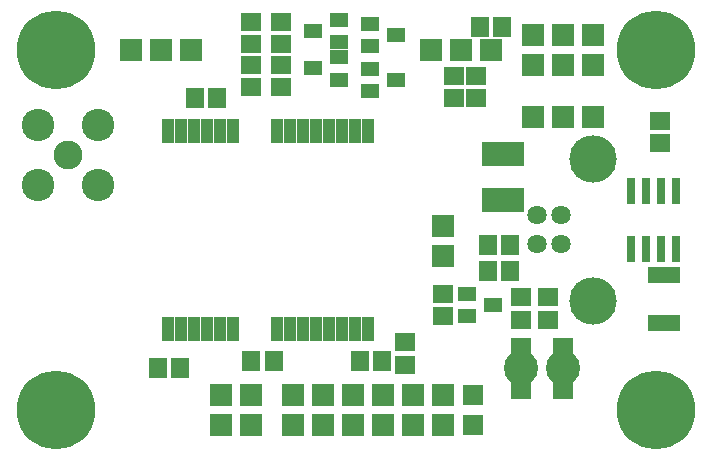
<source format=gbr>
G75*
G70*
%OFA0B0*%
%FSLAX24Y24*%
%IPPOS*%
%LPD*%
%AMOC8*
5,1,8,0,0,1.08239X$1,22.5*
%
%ADD10R,0.0395X0.0789*%
%ADD11R,0.0300X0.0860*%
%ADD12C,0.0642*%
%ADD13C,0.1580*%
%ADD14R,0.0730X0.0730*%
%ADD15R,0.1419X0.0828*%
%ADD16R,0.0592X0.0671*%
%ADD17R,0.0671X0.0592*%
%ADD18R,0.1080X0.0580*%
%ADD19R,0.0671X0.0671*%
%ADD20C,0.1143*%
%ADD21R,0.0631X0.0474*%
%ADD22C,0.1084*%
%ADD23C,0.0966*%
%ADD24R,0.0680X0.0680*%
%ADD25C,0.2620*%
D10*
X014544Y004978D03*
X014977Y004978D03*
X015410Y004978D03*
X015843Y004978D03*
X016276Y004978D03*
X016709Y004978D03*
X018205Y004978D03*
X018638Y004978D03*
X019071Y004978D03*
X019504Y004978D03*
X019937Y004978D03*
X020370Y004978D03*
X020803Y004978D03*
X021236Y004978D03*
X021236Y011592D03*
X020803Y011592D03*
X020370Y011592D03*
X019937Y011592D03*
X019504Y011592D03*
X019071Y011592D03*
X018638Y011592D03*
X018205Y011592D03*
X016709Y011592D03*
X016276Y011592D03*
X015843Y011592D03*
X015410Y011592D03*
X014977Y011592D03*
X014544Y011592D03*
D11*
X029981Y009580D03*
X030481Y009580D03*
X030981Y009580D03*
X031481Y009580D03*
X031481Y007640D03*
X030981Y007640D03*
X030481Y007640D03*
X029981Y007640D03*
D12*
X027643Y007793D03*
X026856Y007793D03*
X026856Y008777D03*
X027643Y008777D03*
D13*
X028706Y010647D03*
X028706Y005923D03*
D14*
X023706Y007410D03*
X023706Y008410D03*
X026706Y012035D03*
X027706Y012035D03*
X028706Y012035D03*
X028706Y013785D03*
X027706Y013785D03*
X026706Y013785D03*
X026706Y014785D03*
X027706Y014785D03*
X028706Y014785D03*
X025331Y014285D03*
X024331Y014285D03*
X023331Y014285D03*
X015331Y014285D03*
X014331Y014285D03*
X013331Y014285D03*
X016331Y002785D03*
X017331Y002785D03*
X017331Y001785D03*
X016331Y001785D03*
X018706Y001785D03*
X019706Y001785D03*
X020706Y001785D03*
X021706Y001785D03*
X022706Y001785D03*
X023706Y001785D03*
X023706Y002785D03*
X022706Y002785D03*
X021706Y002785D03*
X020706Y002785D03*
X019706Y002785D03*
X018706Y002785D03*
D15*
X025706Y009267D03*
X025706Y010803D03*
D16*
X025955Y007785D03*
X025207Y007785D03*
X025207Y006910D03*
X025955Y006910D03*
X021705Y003910D03*
X020957Y003910D03*
X018080Y003910D03*
X017332Y003910D03*
X014955Y003660D03*
X014207Y003660D03*
X015457Y012660D03*
X016205Y012660D03*
X024957Y015035D03*
X025705Y015035D03*
D17*
X024831Y013409D03*
X024081Y013409D03*
X024081Y012661D03*
X024831Y012661D03*
X030956Y011909D03*
X030956Y011161D03*
X023706Y006159D03*
X023706Y005411D03*
X022456Y004534D03*
X022456Y003786D03*
X026331Y005286D03*
X026331Y006034D03*
X027206Y006034D03*
X027206Y005286D03*
X018331Y013036D03*
X017331Y013036D03*
X017331Y013784D03*
X017331Y014461D03*
X017331Y015209D03*
X018331Y015209D03*
X018331Y014461D03*
X018331Y013784D03*
D18*
X031081Y006785D03*
X031081Y005160D03*
D19*
X027706Y004349D03*
X026331Y004349D03*
X026331Y002971D03*
X027706Y002971D03*
D20*
X027706Y003660D03*
X026331Y003660D03*
D21*
X024523Y005411D03*
X025389Y005785D03*
X024523Y006159D03*
X021273Y012911D03*
X022139Y013285D03*
X021273Y013659D03*
X020264Y013286D03*
X019398Y013660D03*
X020264Y014034D03*
X020264Y014536D03*
X019398Y014910D03*
X020264Y015284D03*
X021273Y015159D03*
X021273Y014411D03*
X022139Y014785D03*
D22*
X012206Y011785D03*
X010206Y011785D03*
X010206Y009785D03*
X012206Y009785D03*
D23*
X011206Y010785D03*
D24*
X024706Y002785D03*
X024706Y001785D03*
D25*
X010831Y002285D03*
X010831Y014285D03*
X030831Y014285D03*
X030831Y002285D03*
M02*

</source>
